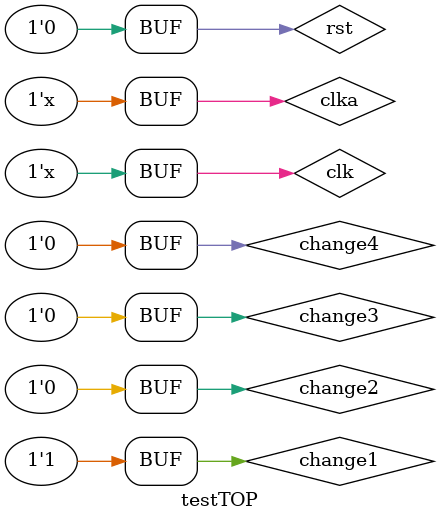
<source format=v>
`timescale 1ns / 1ps


module testTOP;

	// Inputs
	reg rst;
	reg clk;
	reg clka;
	reg change1;
	reg change2;
	reg change3;
	reg change4;

	// Outputs
	wire [31:0] LED;

	// Instantiate the Unit Under Test (UUT)
	top uut (
		.rst(rst), 
		.clk(clk), 
		.clka(clka), 
		.change1(change1), 
		.change2(change2), 
		.change3(change3), 
		.change4(change4), 
		.LED(LED)
	);
	always #20 clk=~clk;
	always #20 clka=~clka;
	initial begin
		// Initialize Inputs
		rst = 0;
		clk = 0;
		clka = 0;
		change1 = 1;
		change2 = 0;
		change3 = 0;
		change4 = 0;

		// Wait 100 ns for global reset to finish
		#50;
      rst = 1;
		#50
		rst = 0;
		// Add stimulus here

	end
      
endmodule


</source>
